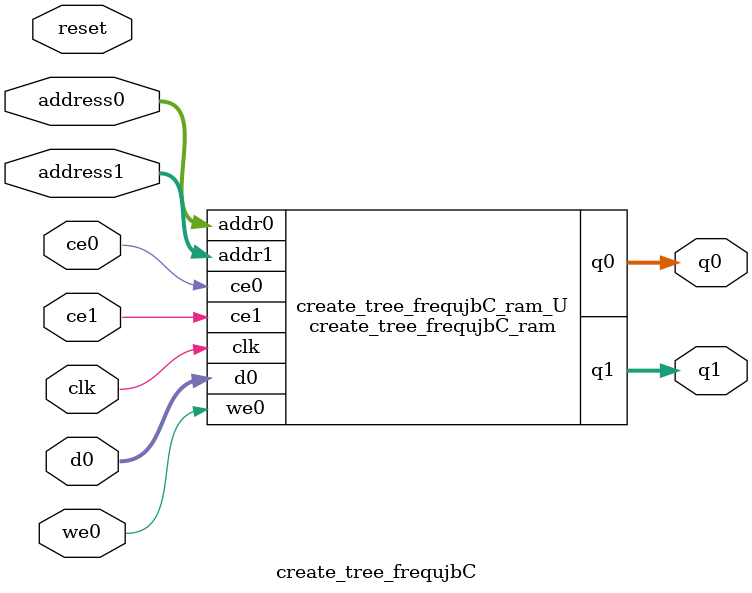
<source format=v>
`timescale 1 ns / 1 ps
module create_tree_frequjbC_ram (addr0, ce0, d0, we0, q0, addr1, ce1, q1,  clk);

parameter DWIDTH = 32;
parameter AWIDTH = 7;
parameter MEM_SIZE = 127;

input[AWIDTH-1:0] addr0;
input ce0;
input[DWIDTH-1:0] d0;
input we0;
output reg[DWIDTH-1:0] q0;
input[AWIDTH-1:0] addr1;
input ce1;
output reg[DWIDTH-1:0] q1;
input clk;

(* ram_style = "block" *)reg [DWIDTH-1:0] ram[0:MEM_SIZE-1];




always @(posedge clk)  
begin 
    if (ce0) begin
        if (we0) 
            ram[addr0] <= d0; 
        q0 <= ram[addr0];
    end
end


always @(posedge clk)  
begin 
    if (ce1) begin
        q1 <= ram[addr1];
    end
end


endmodule

`timescale 1 ns / 1 ps
module create_tree_frequjbC(
    reset,
    clk,
    address0,
    ce0,
    we0,
    d0,
    q0,
    address1,
    ce1,
    q1);

parameter DataWidth = 32'd32;
parameter AddressRange = 32'd127;
parameter AddressWidth = 32'd7;
input reset;
input clk;
input[AddressWidth - 1:0] address0;
input ce0;
input we0;
input[DataWidth - 1:0] d0;
output[DataWidth - 1:0] q0;
input[AddressWidth - 1:0] address1;
input ce1;
output[DataWidth - 1:0] q1;



create_tree_frequjbC_ram create_tree_frequjbC_ram_U(
    .clk( clk ),
    .addr0( address0 ),
    .ce0( ce0 ),
    .we0( we0 ),
    .d0( d0 ),
    .q0( q0 ),
    .addr1( address1 ),
    .ce1( ce1 ),
    .q1( q1 ));

endmodule


</source>
